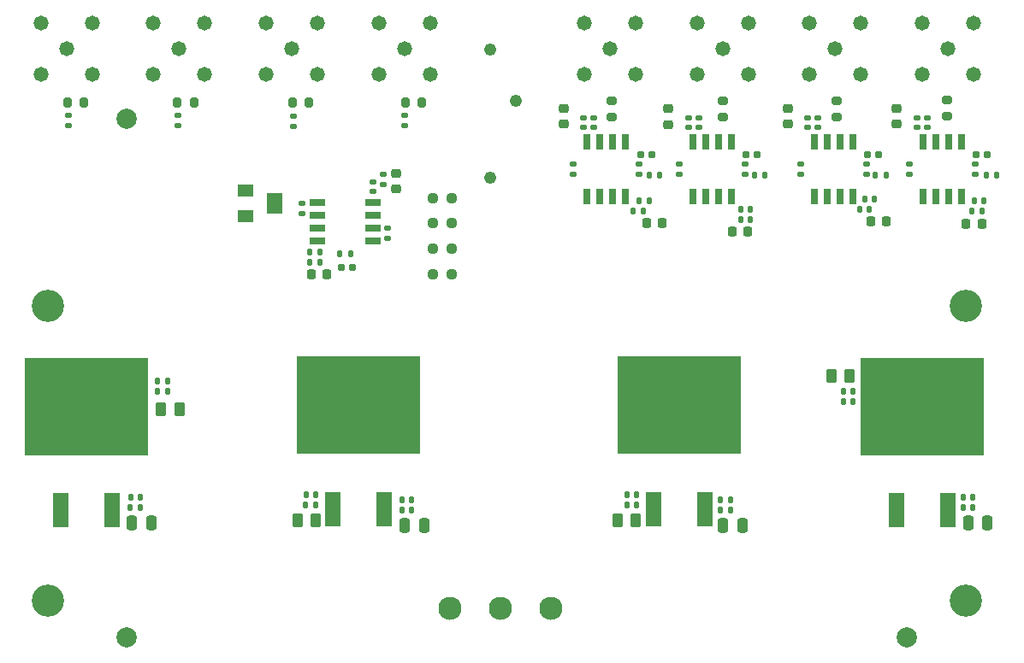
<source format=gbr>
%TF.GenerationSoftware,KiCad,Pcbnew,9.0.0*%
%TF.CreationDate,2025-03-11T12:15:18+01:00*%
%TF.ProjectId,zdc_fifo_test,7a64635f-6669-4666-9f5f-746573742e6b,rev?*%
%TF.SameCoordinates,Original*%
%TF.FileFunction,Soldermask,Top*%
%TF.FilePolarity,Negative*%
%FSLAX46Y46*%
G04 Gerber Fmt 4.6, Leading zero omitted, Abs format (unit mm)*
G04 Created by KiCad (PCBNEW 9.0.0) date 2025-03-11 12:15:18*
%MOMM*%
%LPD*%
G01*
G04 APERTURE LIST*
G04 Aperture macros list*
%AMRoundRect*
0 Rectangle with rounded corners*
0 $1 Rounding radius*
0 $2 $3 $4 $5 $6 $7 $8 $9 X,Y pos of 4 corners*
0 Add a 4 corners polygon primitive as box body*
4,1,4,$2,$3,$4,$5,$6,$7,$8,$9,$2,$3,0*
0 Add four circle primitives for the rounded corners*
1,1,$1+$1,$2,$3*
1,1,$1+$1,$4,$5*
1,1,$1+$1,$6,$7*
1,1,$1+$1,$8,$9*
0 Add four rect primitives between the rounded corners*
20,1,$1+$1,$2,$3,$4,$5,0*
20,1,$1+$1,$4,$5,$6,$7,0*
20,1,$1+$1,$6,$7,$8,$9,0*
20,1,$1+$1,$8,$9,$2,$3,0*%
G04 Aperture macros list end*
%ADD10RoundRect,0.155000X0.212500X0.155000X-0.212500X0.155000X-0.212500X-0.155000X0.212500X-0.155000X0*%
%ADD11RoundRect,0.155000X-0.212500X-0.155000X0.212500X-0.155000X0.212500X0.155000X-0.212500X0.155000X0*%
%ADD12RoundRect,0.237500X-0.250000X-0.237500X0.250000X-0.237500X0.250000X0.237500X-0.250000X0.237500X0*%
%ADD13C,3.200000*%
%ADD14C,2.000000*%
%ADD15RoundRect,0.225000X-0.225000X-0.250000X0.225000X-0.250000X0.225000X0.250000X-0.225000X0.250000X0*%
%ADD16R,0.650000X1.525000*%
%ADD17C,1.473200*%
%ADD18RoundRect,0.140000X0.170000X-0.140000X0.170000X0.140000X-0.170000X0.140000X-0.170000X-0.140000X0*%
%ADD19R,1.600000X1.300000*%
%ADD20R,1.600000X2.000000*%
%ADD21R,1.600000X3.500000*%
%ADD22R,12.200000X9.750000*%
%ADD23RoundRect,0.140000X0.140000X0.170000X-0.140000X0.170000X-0.140000X-0.170000X0.140000X-0.170000X0*%
%ADD24RoundRect,0.200000X-0.200000X-0.275000X0.200000X-0.275000X0.200000X0.275000X-0.200000X0.275000X0*%
%ADD25RoundRect,0.135000X-0.185000X0.135000X-0.185000X-0.135000X0.185000X-0.135000X0.185000X0.135000X0*%
%ADD26RoundRect,0.250000X0.262500X0.450000X-0.262500X0.450000X-0.262500X-0.450000X0.262500X-0.450000X0*%
%ADD27RoundRect,0.135000X0.185000X-0.135000X0.185000X0.135000X-0.185000X0.135000X-0.185000X-0.135000X0*%
%ADD28C,2.300000*%
%ADD29RoundRect,0.200000X0.275000X-0.200000X0.275000X0.200000X-0.275000X0.200000X-0.275000X-0.200000X0*%
%ADD30RoundRect,0.250000X0.250000X0.475000X-0.250000X0.475000X-0.250000X-0.475000X0.250000X-0.475000X0*%
%ADD31C,1.240000*%
%ADD32RoundRect,0.225000X0.250000X-0.225000X0.250000X0.225000X-0.250000X0.225000X-0.250000X-0.225000X0*%
%ADD33RoundRect,0.140000X-0.140000X-0.170000X0.140000X-0.170000X0.140000X0.170000X-0.140000X0.170000X0*%
%ADD34RoundRect,0.135000X0.135000X0.185000X-0.135000X0.185000X-0.135000X-0.185000X0.135000X-0.185000X0*%
%ADD35RoundRect,0.250000X-0.250000X-0.475000X0.250000X-0.475000X0.250000X0.475000X-0.250000X0.475000X0*%
%ADD36RoundRect,0.250000X-0.262500X-0.450000X0.262500X-0.450000X0.262500X0.450000X-0.262500X0.450000X0*%
%ADD37R,1.525000X0.650000*%
G04 APERTURE END LIST*
D10*
%TO.C,C41*%
X188135000Y-132000000D03*
X187000000Y-132000000D03*
%TD*%
D11*
%TO.C,C40*%
X249832500Y-120800000D03*
X250967500Y-120800000D03*
%TD*%
%TO.C,C39*%
X239065000Y-120800000D03*
X240200000Y-120800000D03*
%TD*%
%TO.C,C38*%
X227032500Y-120800000D03*
X228167500Y-120800000D03*
%TD*%
%TO.C,C37*%
X216632500Y-120800000D03*
X217767500Y-120800000D03*
%TD*%
D12*
%TO.C,R47*%
X196087500Y-132620000D03*
X197912500Y-132620000D03*
%TD*%
%TO.C,R46*%
X196087500Y-130110000D03*
X197912500Y-130110000D03*
%TD*%
%TO.C,R45*%
X196087500Y-127600000D03*
X197912500Y-127600000D03*
%TD*%
%TO.C,R44*%
X196087500Y-125090000D03*
X197912500Y-125090000D03*
%TD*%
D13*
%TO.C,REFy1*%
X248800000Y-135800000D03*
%TD*%
%TO.C,REFy2*%
X248800000Y-165000000D03*
%TD*%
%TO.C,REFy3*%
X158000000Y-165000000D03*
%TD*%
%TO.C,REFy4*%
X158000000Y-135800000D03*
%TD*%
D14*
%TO.C,REFx1*%
X165800000Y-168600000D03*
%TD*%
%TO.C,REFx3*%
X165800000Y-117200000D03*
%TD*%
%TO.C,REFx2*%
X243000000Y-168600000D03*
%TD*%
D15*
%TO.C,C61*%
X240975000Y-127400000D03*
X239425000Y-127400000D03*
%TD*%
D16*
%TO.C,IC5*%
X211345000Y-124962000D03*
X212615000Y-124962000D03*
X213885000Y-124962000D03*
X215155000Y-124962000D03*
X215155000Y-119538000D03*
X213885000Y-119538000D03*
X212615000Y-119538000D03*
X211345000Y-119538000D03*
%TD*%
D17*
%TO.C,J1*%
X159830960Y-110250000D03*
X157290960Y-107710000D03*
X157290960Y-112790000D03*
X162370960Y-112790000D03*
X162370960Y-107710000D03*
%TD*%
D18*
%TO.C,C55*%
X245000000Y-118080000D03*
X245000000Y-117120000D03*
%TD*%
D19*
%TO.C,VR1*%
X177550000Y-124350000D03*
D20*
X180450000Y-125600000D03*
D19*
X177550000Y-126850000D03*
%TD*%
D21*
%TO.C,IC9*%
X217960000Y-155907000D03*
D22*
X220500000Y-145632000D03*
D21*
X223040000Y-155907000D03*
%TD*%
D23*
%TO.C,C1*%
X184490000Y-154500000D03*
X183530000Y-154500000D03*
%TD*%
D24*
%TO.C,R24*%
X182175000Y-115600000D03*
X183825000Y-115600000D03*
%TD*%
D15*
%TO.C,C67*%
X225725000Y-128450000D03*
X227275000Y-128450000D03*
%TD*%
D25*
%TO.C,R23*%
X160000000Y-116890000D03*
X160000000Y-117910000D03*
%TD*%
D23*
%TO.C,C24*%
X167105000Y-155750000D03*
X166145000Y-155750000D03*
%TD*%
D24*
%TO.C,R22*%
X159925000Y-115600000D03*
X161575000Y-115600000D03*
%TD*%
D17*
%TO.C,J2*%
X170970640Y-110250000D03*
X168430640Y-107710000D03*
X168430640Y-112790000D03*
X173510640Y-112790000D03*
X173510640Y-107710000D03*
%TD*%
D24*
%TO.C,R26*%
X193350000Y-115600000D03*
X195000000Y-115600000D03*
%TD*%
D25*
%TO.C,R25*%
X182250000Y-116980000D03*
X182250000Y-118000000D03*
%TD*%
D26*
%TO.C,C3*%
X184500000Y-157000000D03*
X182675000Y-157000000D03*
%TD*%
D27*
%TO.C,R29*%
X249750000Y-122760000D03*
X249750000Y-121740000D03*
%TD*%
D28*
%TO.C,U1*%
X207750000Y-165750000D03*
X202750000Y-165750000D03*
X197750000Y-165750000D03*
%TD*%
D29*
%TO.C,R28*%
X247000000Y-117000000D03*
X247000000Y-115350000D03*
%TD*%
D24*
%TO.C,R20*%
X170800000Y-115600000D03*
X172450000Y-115600000D03*
%TD*%
D25*
%TO.C,R19*%
X183150000Y-125640000D03*
X183150000Y-126660000D03*
%TD*%
D17*
%TO.C,J6*%
X224750000Y-110250000D03*
X222210000Y-107710000D03*
X222210000Y-112790000D03*
X227290000Y-112790000D03*
X227290000Y-107710000D03*
%TD*%
D30*
%TO.C,C34*%
X250950000Y-157250000D03*
X249050000Y-157250000D03*
%TD*%
D31*
%TO.C,VR2*%
X201708620Y-123038500D03*
X204248620Y-115418500D03*
X201708620Y-110338500D03*
%TD*%
D18*
%TO.C,C77*%
X211000000Y-118080000D03*
X211000000Y-117120000D03*
%TD*%
D15*
%TO.C,C27*%
X184025000Y-132650000D03*
X185575000Y-132650000D03*
%TD*%
D25*
%TO.C,R27*%
X193250000Y-116890000D03*
X193250000Y-117910000D03*
%TD*%
D17*
%TO.C,J7*%
X235889680Y-110250000D03*
X233349680Y-107710000D03*
X233349680Y-112790000D03*
X238429680Y-112790000D03*
X238429680Y-107710000D03*
%TD*%
D27*
%TO.C,R42*%
X216500000Y-122760000D03*
X216500000Y-121740000D03*
%TD*%
D32*
%TO.C,C72*%
X219400000Y-117800000D03*
X219400000Y-116250000D03*
%TD*%
%TO.C,C57*%
X242000000Y-117775000D03*
X242000000Y-116225000D03*
%TD*%
D17*
%TO.C,J4*%
X193250000Y-110250000D03*
X190710000Y-107710000D03*
X190710000Y-112790000D03*
X195790000Y-112790000D03*
X195790000Y-107710000D03*
%TD*%
D16*
%TO.C,IC3*%
X233845000Y-124962000D03*
X235115000Y-124962000D03*
X236385000Y-124962000D03*
X237655000Y-124962000D03*
X237655000Y-119538000D03*
X236385000Y-119538000D03*
X235115000Y-119538000D03*
X233845000Y-119538000D03*
%TD*%
D27*
%TO.C,R17*%
X191600000Y-129070000D03*
X191600000Y-128050000D03*
%TD*%
%TO.C,R36*%
X220500000Y-122760000D03*
X220500000Y-121740000D03*
%TD*%
D33*
%TO.C,C63*%
X238320000Y-126200000D03*
X239280000Y-126200000D03*
%TD*%
D23*
%TO.C,C21*%
X169801250Y-144250000D03*
X168841250Y-144250000D03*
%TD*%
%TO.C,C35*%
X249500000Y-155750000D03*
X248540000Y-155750000D03*
%TD*%
D15*
%TO.C,C60*%
X248845000Y-127650000D03*
X250395000Y-127650000D03*
%TD*%
D18*
%TO.C,C65*%
X233200000Y-118080000D03*
X233200000Y-117120000D03*
%TD*%
D33*
%TO.C,C68*%
X226520000Y-127200000D03*
X227480000Y-127200000D03*
%TD*%
%TO.C,C7*%
X193020000Y-155000000D03*
X193980000Y-155000000D03*
%TD*%
D23*
%TO.C,C9*%
X216230000Y-155500000D03*
X215270000Y-155500000D03*
%TD*%
%TO.C,C25*%
X167125000Y-154750000D03*
X166165000Y-154750000D03*
%TD*%
D18*
%TO.C,C76*%
X212000000Y-118080000D03*
X212000000Y-117120000D03*
%TD*%
D27*
%TO.C,R32*%
X232500000Y-122760000D03*
X232500000Y-121740000D03*
%TD*%
D34*
%TO.C,R18*%
X187910000Y-130650000D03*
X186890000Y-130650000D03*
%TD*%
D32*
%TO.C,C66*%
X231200000Y-117775000D03*
X231200000Y-116225000D03*
%TD*%
D18*
%TO.C,C56*%
X244000000Y-118080000D03*
X244000000Y-117120000D03*
%TD*%
D23*
%TO.C,C22*%
X169801250Y-143250000D03*
X168841250Y-143250000D03*
%TD*%
D32*
%TO.C,C30*%
X192400000Y-124175000D03*
X192400000Y-122625000D03*
%TD*%
D35*
%TO.C,C11*%
X224820000Y-157500000D03*
X226720000Y-157500000D03*
%TD*%
D34*
%TO.C,R33*%
X240910000Y-122800000D03*
X239890000Y-122800000D03*
%TD*%
D33*
%TO.C,C6*%
X193020000Y-156000000D03*
X193980000Y-156000000D03*
%TD*%
D30*
%TO.C,C23*%
X168200000Y-157250000D03*
X166300000Y-157250000D03*
%TD*%
D34*
%TO.C,R30*%
X251910000Y-122800000D03*
X250890000Y-122800000D03*
%TD*%
D33*
%TO.C,C2*%
X183920000Y-131450000D03*
X184880000Y-131450000D03*
%TD*%
%TO.C,C12*%
X224540000Y-156000000D03*
X225500000Y-156000000D03*
%TD*%
D27*
%TO.C,R34*%
X239000000Y-122760000D03*
X239000000Y-121740000D03*
%TD*%
D33*
%TO.C,C62*%
X238840000Y-125200000D03*
X239800000Y-125200000D03*
%TD*%
%TO.C,C33*%
X236682500Y-145250000D03*
X237642500Y-145250000D03*
%TD*%
D18*
%TO.C,C64*%
X234200000Y-118080000D03*
X234200000Y-117120000D03*
%TD*%
D33*
%TO.C,C26*%
X183920000Y-130450000D03*
X184880000Y-130450000D03*
%TD*%
D29*
%TO.C,R35*%
X236000000Y-117075000D03*
X236000000Y-115425000D03*
%TD*%
D27*
%TO.C,R31*%
X243250000Y-122760000D03*
X243250000Y-121740000D03*
%TD*%
D34*
%TO.C,R41*%
X218510000Y-122800000D03*
X217490000Y-122800000D03*
%TD*%
D29*
%TO.C,R39*%
X224750000Y-117075000D03*
X224750000Y-115425000D03*
%TD*%
D23*
%TO.C,C36*%
X249500000Y-154750000D03*
X248540000Y-154750000D03*
%TD*%
D26*
%TO.C,C20*%
X170983750Y-146000000D03*
X169158750Y-146000000D03*
%TD*%
D25*
%TO.C,R21*%
X170875000Y-116890000D03*
X170875000Y-117910000D03*
%TD*%
D36*
%TO.C,C31*%
X235500000Y-142750000D03*
X237325000Y-142750000D03*
%TD*%
D33*
%TO.C,C13*%
X224540000Y-155000000D03*
X225500000Y-155000000D03*
%TD*%
D18*
%TO.C,C28*%
X190150000Y-124430000D03*
X190150000Y-123470000D03*
%TD*%
D33*
%TO.C,C69*%
X226520000Y-126200000D03*
X227480000Y-126200000D03*
%TD*%
D18*
%TO.C,C71*%
X221400000Y-118080000D03*
X221400000Y-117120000D03*
%TD*%
D27*
%TO.C,R40*%
X210000000Y-122760000D03*
X210000000Y-121740000D03*
%TD*%
D34*
%TO.C,R37*%
X228910000Y-122800000D03*
X227890000Y-122800000D03*
%TD*%
D33*
%TO.C,C74*%
X216520000Y-125400000D03*
X217480000Y-125400000D03*
%TD*%
D16*
%TO.C,IC4*%
X221845000Y-124962000D03*
X223115000Y-124962000D03*
X224385000Y-124962000D03*
X225655000Y-124962000D03*
X225655000Y-119538000D03*
X224385000Y-119538000D03*
X223115000Y-119538000D03*
X221845000Y-119538000D03*
%TD*%
D33*
%TO.C,C32*%
X236682500Y-144250000D03*
X237642500Y-144250000D03*
%TD*%
D27*
%TO.C,R38*%
X227000000Y-122760000D03*
X227000000Y-121740000D03*
%TD*%
D33*
%TO.C,C75*%
X215920000Y-126400000D03*
X216880000Y-126400000D03*
%TD*%
D21*
%TO.C,IC6*%
X159210000Y-156025000D03*
D22*
X161750000Y-145750000D03*
D21*
X164290000Y-156025000D03*
%TD*%
D35*
%TO.C,C5*%
X193300000Y-157500000D03*
X195200000Y-157500000D03*
%TD*%
D33*
%TO.C,C58*%
X249440000Y-126400000D03*
X250400000Y-126400000D03*
%TD*%
D18*
%TO.C,C70*%
X222400000Y-118080000D03*
X222400000Y-117120000D03*
%TD*%
D16*
%TO.C,IC2*%
X244595000Y-124962000D03*
X245865000Y-124962000D03*
X247135000Y-124962000D03*
X248405000Y-124962000D03*
X248405000Y-119538000D03*
X247135000Y-119538000D03*
X245865000Y-119538000D03*
X244595000Y-119538000D03*
%TD*%
D23*
%TO.C,C10*%
X216250000Y-154500000D03*
X215290000Y-154500000D03*
%TD*%
D15*
%TO.C,C73*%
X217225000Y-127600000D03*
X218775000Y-127600000D03*
%TD*%
D33*
%TO.C,C59*%
X249640000Y-125400000D03*
X250600000Y-125400000D03*
%TD*%
D17*
%TO.C,J5*%
X213610320Y-110250000D03*
X211070320Y-107710000D03*
X211070320Y-112790000D03*
X216150320Y-112790000D03*
X216150320Y-107710000D03*
%TD*%
D34*
%TO.C,C4*%
X184520000Y-155500000D03*
X183500000Y-155500000D03*
%TD*%
D21*
%TO.C,IC7*%
X241960000Y-156025000D03*
D22*
X244500000Y-145750000D03*
D21*
X247040000Y-156025000D03*
%TD*%
D17*
%TO.C,J3*%
X182110320Y-110250000D03*
X179570320Y-107710000D03*
X179570320Y-112790000D03*
X184650320Y-112790000D03*
X184650320Y-107710000D03*
%TD*%
%TO.C,J8*%
X247029360Y-110250000D03*
X244489360Y-107710000D03*
X244489360Y-112790000D03*
X249569360Y-112790000D03*
X249569360Y-107710000D03*
%TD*%
D29*
%TO.C,R43*%
X213750000Y-117075000D03*
X213750000Y-115425000D03*
%TD*%
D21*
%TO.C,IC8*%
X186210000Y-155907000D03*
D22*
X188750000Y-145632000D03*
D21*
X191290000Y-155907000D03*
%TD*%
D26*
%TO.C,C8*%
X216162500Y-157000000D03*
X214337500Y-157000000D03*
%TD*%
D37*
%TO.C,IC1*%
X184688000Y-125495000D03*
X184688000Y-126765000D03*
X184688000Y-128035000D03*
X184688000Y-129305000D03*
X190112000Y-129305000D03*
X190112000Y-128035000D03*
X190112000Y-126765000D03*
X190112000Y-125495000D03*
%TD*%
D18*
%TO.C,C29*%
X191150000Y-123730000D03*
X191150000Y-122770000D03*
%TD*%
D32*
%TO.C,C78*%
X209000000Y-117775000D03*
X209000000Y-116225000D03*
%TD*%
M02*

</source>
